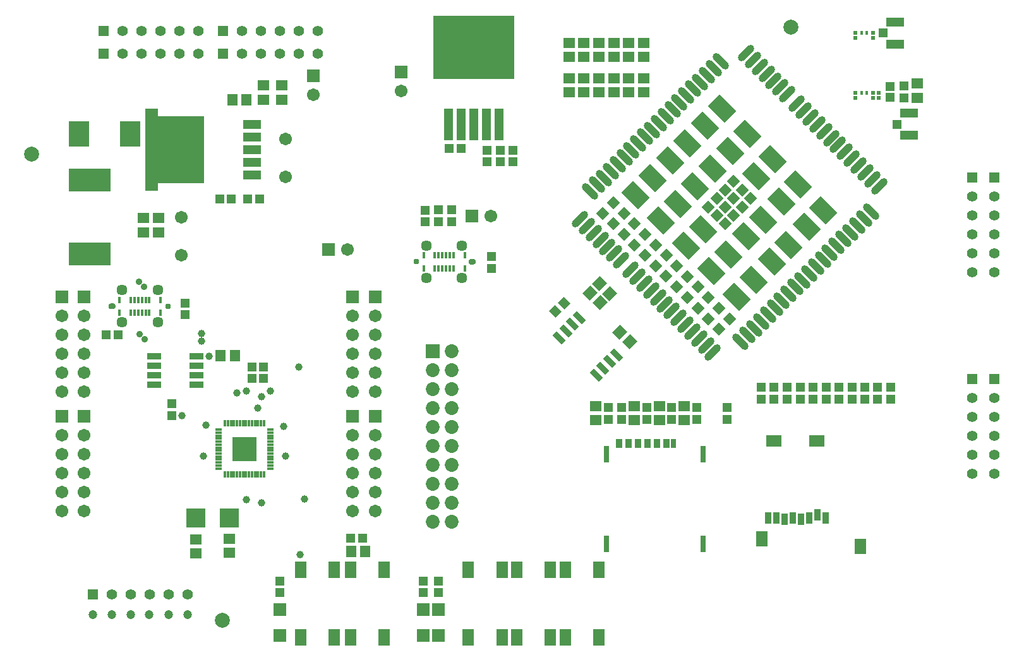
<source format=gts>
G04*
G04 #@! TF.GenerationSoftware,Altium Limited,Altium Designer,24.5.2 (23)*
G04*
G04 Layer_Color=8388736*
%FSLAX25Y25*%
%MOIN*%
G70*
G04*
G04 #@! TF.SameCoordinates,87A27F8E-189C-4B0C-BDB5-44B7C51DF011*
G04*
G04*
G04 #@! TF.FilePolarity,Negative*
G04*
G01*
G75*
%ADD51R,0.01260X0.03504*%
%ADD52R,0.04816X0.04501*%
%ADD53R,0.04501X0.04816*%
G04:AMPARAMS|DCode=54|XSize=10.24mil|YSize=35.43mil|CornerRadius=2.17mil|HoleSize=0mil|Usage=FLASHONLY|Rotation=0.000|XOffset=0mil|YOffset=0mil|HoleType=Round|Shape=RoundedRectangle|*
%AMROUNDEDRECTD54*
21,1,0.01024,0.03110,0,0,0.0*
21,1,0.00591,0.03543,0,0,0.0*
1,1,0.00433,0.00295,-0.01555*
1,1,0.00433,-0.00295,-0.01555*
1,1,0.00433,-0.00295,0.01555*
1,1,0.00433,0.00295,0.01555*
%
%ADD54ROUNDEDRECTD54*%
G04:AMPARAMS|DCode=55|XSize=35.43mil|YSize=10.24mil|CornerRadius=2.17mil|HoleSize=0mil|Usage=FLASHONLY|Rotation=0.000|XOffset=0mil|YOffset=0mil|HoleType=Round|Shape=RoundedRectangle|*
%AMROUNDEDRECTD55*
21,1,0.03543,0.00591,0,0,0.0*
21,1,0.03110,0.01024,0,0,0.0*
1,1,0.00433,0.01555,-0.00295*
1,1,0.00433,-0.01555,-0.00295*
1,1,0.00433,-0.01555,0.00295*
1,1,0.00433,0.01555,0.00295*
%
%ADD55ROUNDEDRECTD55*%
%ADD56R,0.12992X0.12992*%
%ADD57R,0.05524X0.05918*%
%ADD58R,0.07296X0.03359*%
%ADD59R,0.10249X0.10249*%
%ADD60R,0.05918X0.05524*%
%ADD61R,0.01975X0.01975*%
%ADD62C,0.07874*%
%ADD63R,0.09304X0.05013*%
%ADD64R,0.04619X0.04737*%
%ADD65R,0.01778X0.01975*%
%ADD66R,0.03347X0.04842*%
%ADD67R,0.03189X0.04685*%
%ADD68R,0.03084X0.09068*%
%ADD69R,0.02795X0.04685*%
%ADD70R,0.03543X0.06299*%
%ADD71R,0.07887X0.06312*%
%ADD72R,0.06312X0.08280*%
%ADD73R,0.06312X0.09068*%
%ADD74R,0.06706X0.06706*%
G04:AMPARAMS|DCode=75|XSize=106.42mil|YSize=39.5mil|CornerRadius=19.75mil|HoleSize=0mil|Usage=FLASHONLY|Rotation=45.000|XOffset=0mil|YOffset=0mil|HoleType=Round|Shape=RoundedRectangle|*
%AMROUNDEDRECTD75*
21,1,0.10642,0.00000,0,0,45.0*
21,1,0.06693,0.03950,0,0,45.0*
1,1,0.03950,0.02366,0.02366*
1,1,0.03950,-0.02366,-0.02366*
1,1,0.03950,-0.02366,-0.02366*
1,1,0.03950,0.02366,0.02366*
%
%ADD75ROUNDEDRECTD75*%
G04:AMPARAMS|DCode=76|XSize=106.42mil|YSize=39.5mil|CornerRadius=19.75mil|HoleSize=0mil|Usage=FLASHONLY|Rotation=135.000|XOffset=0mil|YOffset=0mil|HoleType=Round|Shape=RoundedRectangle|*
%AMROUNDEDRECTD76*
21,1,0.10642,0.00000,0,0,135.0*
21,1,0.06693,0.03950,0,0,135.0*
1,1,0.03950,-0.02366,0.02366*
1,1,0.03950,0.02366,-0.02366*
1,1,0.03950,0.02366,-0.02366*
1,1,0.03950,-0.02366,0.02366*
%
%ADD76ROUNDEDRECTD76*%
%ADD77P,0.07256X4X90.0*%
G04:AMPARAMS|DCode=78|XSize=59.18mil|YSize=55.24mil|CornerRadius=0mil|HoleSize=0mil|Usage=FLASHONLY|Rotation=45.000|XOffset=0mil|YOffset=0mil|HoleType=Round|Shape=Rectangle|*
%AMROTATEDRECTD78*
4,1,4,-0.00139,-0.04046,-0.04046,-0.00139,0.00139,0.04046,0.04046,0.00139,-0.00139,-0.04046,0.0*
%
%ADD78ROTATEDRECTD78*%

%ADD79R,0.10642X0.13792*%
%ADD80R,0.09461X0.04934*%
%ADD81R,0.05131X0.04737*%
%ADD82R,0.22060X0.12217*%
G04:AMPARAMS|DCode=83|XSize=126.11mil|YSize=86.74mil|CornerRadius=0mil|HoleSize=0mil|Usage=FLASHONLY|Rotation=135.000|XOffset=0mil|YOffset=0mil|HoleType=Round|Shape=Rectangle|*
%AMROTATEDRECTD83*
4,1,4,0.07525,-0.01392,0.01392,-0.07525,-0.07525,0.01392,-0.01392,0.07525,0.07525,-0.01392,0.0*
%
%ADD83ROTATEDRECTD83*%

G04:AMPARAMS|DCode=84|XSize=45.01mil|YSize=48.16mil|CornerRadius=0mil|HoleSize=0mil|Usage=FLASHONLY|Rotation=225.000|XOffset=0mil|YOffset=0mil|HoleType=Round|Shape=Rectangle|*
%AMROTATEDRECTD84*
4,1,4,-0.00111,0.03294,0.03294,-0.00111,0.00111,-0.03294,-0.03294,0.00111,-0.00111,0.03294,0.0*
%
%ADD84ROTATEDRECTD84*%

%ADD85C,0.04737*%
G04:AMPARAMS|DCode=86|XSize=29.65mil|YSize=69.02mil|CornerRadius=0mil|HoleSize=0mil|Usage=FLASHONLY|Rotation=45.000|XOffset=0mil|YOffset=0mil|HoleType=Round|Shape=Rectangle|*
%AMROTATEDRECTD86*
4,1,4,0.01392,-0.03489,-0.03489,0.01392,-0.01392,0.03489,0.03489,-0.01392,0.01392,-0.03489,0.0*
%
%ADD86ROTATEDRECTD86*%

%ADD87R,0.43100X0.33500*%
%ADD88R,0.04900X0.16700*%
%ADD89C,0.05709*%
%ADD90C,0.03044*%
%ADD91C,0.06706*%
%ADD92R,0.06706X0.06706*%
%ADD93R,0.07296X0.07296*%
%ADD94C,0.07296*%
%ADD95R,0.05603X0.05603*%
%ADD96C,0.05603*%
%ADD97R,0.05603X0.05603*%
%ADD98C,0.03950*%
%ADD99C,0.03556*%
G36*
X81942Y285830D02*
X81961Y285827D01*
X82284D01*
Y285504D01*
X82287Y285485D01*
X82291Y285433D01*
Y281700D01*
X106299D01*
X106351Y281697D01*
X106370Y281693D01*
X106693D01*
Y281370D01*
X106697Y281351D01*
X106700Y281299D01*
Y247047D01*
X106697Y246995D01*
X106693Y246976D01*
Y246654D01*
X106370D01*
X106351Y246650D01*
X106299Y246646D01*
X82291D01*
Y242913D01*
X82287Y242861D01*
X82284Y242842D01*
Y242520D01*
X81961D01*
X81942Y242516D01*
X81890Y242512D01*
X76102D01*
X76050Y242516D01*
X76031Y242520D01*
X75709D01*
Y242842D01*
X75705Y242861D01*
X75701Y242913D01*
Y285433D01*
X75705Y285485D01*
X75709Y285504D01*
Y285827D01*
X76031D01*
X76050Y285830D01*
X76102Y285834D01*
X81890D01*
X81942Y285830D01*
D02*
G37*
G36*
X248529Y206581D02*
X248608Y206577D01*
X248687Y206565D01*
X248765Y206553D01*
X248844Y206534D01*
X248919Y206510D01*
X248994Y206482D01*
X249069Y206455D01*
X249139Y206419D01*
X249210Y206380D01*
X249277Y206341D01*
X249340Y206293D01*
X249403Y206246D01*
X249466Y206195D01*
X249521Y206140D01*
X249576Y206085D01*
X249628Y206022D01*
X249675Y205959D01*
X249722Y205896D01*
X249762Y205825D01*
X249801Y205758D01*
X249836Y205687D01*
X249864Y205612D01*
X249891Y205537D01*
X249915Y205463D01*
X249935Y205384D01*
X249947Y205305D01*
X249958Y205226D01*
X249962Y205148D01*
X249966Y205069D01*
X249962Y204990D01*
X249958Y204911D01*
X249947Y204833D01*
X249935Y204754D01*
X249915Y204675D01*
X249891Y204601D01*
X249864Y204526D01*
X249836Y204451D01*
X249801Y204380D01*
X249762Y204313D01*
X249722Y204242D01*
X249675Y204179D01*
X249628Y204116D01*
X249576Y204053D01*
X249521Y203998D01*
X249466Y203943D01*
X249403Y203892D01*
X249340Y203844D01*
X249277Y203797D01*
X249210Y203758D01*
X249139Y203719D01*
X249069Y203683D01*
X248994Y203656D01*
X248919Y203628D01*
X248844Y203604D01*
X248765Y203585D01*
X248687Y203573D01*
X248608Y203561D01*
X248529Y203557D01*
X248450Y203553D01*
X247663D01*
X247584Y203557D01*
X247506Y203561D01*
X247427Y203573D01*
X247348Y203585D01*
X247269Y203604D01*
X247195Y203628D01*
X247120Y203656D01*
X247045Y203683D01*
X246974Y203719D01*
X246903Y203758D01*
X246836Y203797D01*
X246773Y203844D01*
X246710Y203892D01*
X246647Y203943D01*
X246592Y203998D01*
X246537Y204053D01*
X246486Y204116D01*
X246439Y204179D01*
X246392Y204242D01*
X246352Y204309D01*
X246313Y204380D01*
X246277Y204451D01*
X246250Y204526D01*
X246222Y204601D01*
X246199Y204675D01*
X246179Y204754D01*
X246167Y204833D01*
X246155Y204911D01*
X246151Y204990D01*
X246147Y205069D01*
X246151Y205148D01*
X246155Y205226D01*
X246167Y205305D01*
X246179Y205384D01*
X246199Y205463D01*
X246222Y205537D01*
X246250Y205612D01*
X246277Y205687D01*
X246313Y205758D01*
X246352Y205825D01*
X246392Y205896D01*
X246439Y205959D01*
X246486Y206022D01*
X246537Y206085D01*
X246592Y206140D01*
X246647Y206195D01*
X246710Y206246D01*
X246773Y206293D01*
X246836Y206341D01*
X246907Y206380D01*
X246974Y206419D01*
X247045Y206455D01*
X247120Y206482D01*
X247195Y206510D01*
X247269Y206534D01*
X247348Y206553D01*
X247427Y206565D01*
X247506Y206577D01*
X247584Y206581D01*
X247663Y206585D01*
X248450D01*
X248529Y206581D01*
D02*
G37*
G36*
X58543Y183067D02*
X58622Y183063D01*
X58701Y183051D01*
X58780Y183039D01*
X58858Y183020D01*
X58933Y182996D01*
X59008Y182968D01*
X59083Y182941D01*
X59153Y182905D01*
X59224Y182866D01*
X59291Y182827D01*
X59354Y182780D01*
X59417Y182732D01*
X59480Y182681D01*
X59535Y182626D01*
X59591Y182571D01*
X59642Y182508D01*
X59689Y182445D01*
X59736Y182382D01*
X59776Y182315D01*
X59815Y182244D01*
X59850Y182173D01*
X59878Y182098D01*
X59905Y182024D01*
X59929Y181949D01*
X59949Y181870D01*
X59961Y181791D01*
X59972Y181713D01*
X59976Y181634D01*
X59980Y181555D01*
X59976Y181476D01*
X59972Y181398D01*
X59961Y181319D01*
X59949Y181240D01*
X59929Y181161D01*
X59905Y181087D01*
X59878Y181012D01*
X59850Y180937D01*
X59815Y180866D01*
X59776Y180799D01*
X59736Y180728D01*
X59689Y180665D01*
X59642Y180602D01*
X59591Y180539D01*
X59535Y180484D01*
X59480Y180429D01*
X59417Y180378D01*
X59354Y180331D01*
X59291Y180283D01*
X59220Y180244D01*
X59153Y180205D01*
X59083Y180169D01*
X59008Y180142D01*
X58933Y180114D01*
X58858Y180091D01*
X58780Y180071D01*
X58701Y180059D01*
X58622Y180047D01*
X58543Y180043D01*
X58465Y180039D01*
X57677D01*
X57598Y180043D01*
X57520Y180047D01*
X57441Y180059D01*
X57362Y180071D01*
X57284Y180091D01*
X57209Y180114D01*
X57134Y180142D01*
X57059Y180169D01*
X56988Y180205D01*
X56917Y180244D01*
X56850Y180283D01*
X56787Y180331D01*
X56724Y180378D01*
X56661Y180429D01*
X56606Y180484D01*
X56551Y180539D01*
X56500Y180602D01*
X56453Y180665D01*
X56406Y180728D01*
X56366Y180799D01*
X56327Y180866D01*
X56291Y180937D01*
X56264Y181012D01*
X56236Y181087D01*
X56213Y181161D01*
X56193Y181240D01*
X56181Y181319D01*
X56169Y181398D01*
X56165Y181476D01*
X56161Y181555D01*
X56165Y181634D01*
X56169Y181713D01*
X56181Y181791D01*
X56193Y181870D01*
X56213Y181949D01*
X56236Y182024D01*
X56264Y182098D01*
X56291Y182173D01*
X56327Y182244D01*
X56366Y182311D01*
X56406Y182382D01*
X56453Y182445D01*
X56500Y182508D01*
X56551Y182571D01*
X56606Y182626D01*
X56661Y182681D01*
X56724Y182732D01*
X56787Y182780D01*
X56850Y182827D01*
X56917Y182866D01*
X56988Y182905D01*
X57059Y182941D01*
X57134Y182968D01*
X57209Y182996D01*
X57284Y183020D01*
X57362Y183039D01*
X57441Y183051D01*
X57520Y183063D01*
X57598Y183067D01*
X57677Y183071D01*
X58465D01*
X58543Y183067D01*
D02*
G37*
D51*
X83661Y184961D02*
D03*
X77756D02*
D03*
X75787D02*
D03*
X73819D02*
D03*
X71850D02*
D03*
X69882D02*
D03*
X67913D02*
D03*
X62008D02*
D03*
Y178150D02*
D03*
X67913D02*
D03*
X69882D02*
D03*
X71850D02*
D03*
X73819D02*
D03*
X75787D02*
D03*
X77756D02*
D03*
X83661D02*
D03*
X222466Y208474D02*
D03*
X228372D02*
D03*
X230340D02*
D03*
X232309D02*
D03*
X234277D02*
D03*
X236246D02*
D03*
X238214D02*
D03*
X244120D02*
D03*
Y201663D02*
D03*
X238214D02*
D03*
X236246D02*
D03*
X234277D02*
D03*
X232309D02*
D03*
X230340D02*
D03*
X228372D02*
D03*
X222466D02*
D03*
D52*
X96457Y177008D02*
D03*
Y183228D02*
D03*
X131890Y149665D02*
D03*
Y143445D02*
D03*
X137795Y149665D02*
D03*
Y143445D02*
D03*
X89567Y130079D02*
D03*
Y123858D02*
D03*
X146653Y36575D02*
D03*
Y30354D02*
D03*
X475862Y291652D02*
D03*
Y297873D02*
D03*
X223425Y232283D02*
D03*
Y226063D02*
D03*
X230315Y232441D02*
D03*
Y226220D02*
D03*
X237205Y232441D02*
D03*
Y226220D02*
D03*
X258411Y207706D02*
D03*
Y201485D02*
D03*
X366754Y128192D02*
D03*
Y121972D02*
D03*
X353369Y128192D02*
D03*
Y121972D02*
D03*
X340430Y128192D02*
D03*
Y121972D02*
D03*
X320098Y128192D02*
D03*
Y121972D02*
D03*
X327010Y128192D02*
D03*
Y121972D02*
D03*
X434831Y138735D02*
D03*
Y132515D02*
D03*
X448461Y138735D02*
D03*
Y132515D02*
D03*
X468851Y138735D02*
D03*
Y132515D02*
D03*
X400562Y138735D02*
D03*
Y132515D02*
D03*
X421146Y138735D02*
D03*
Y132515D02*
D03*
X414220Y138735D02*
D03*
Y132515D02*
D03*
X407390Y138735D02*
D03*
Y132515D02*
D03*
X462036Y138735D02*
D03*
Y132515D02*
D03*
X455276Y138735D02*
D03*
Y132515D02*
D03*
X441591Y138735D02*
D03*
Y132515D02*
D03*
X427905Y138735D02*
D03*
Y132515D02*
D03*
X230315Y36575D02*
D03*
Y30354D02*
D03*
X222441Y36575D02*
D03*
Y30354D02*
D03*
X262795Y263937D02*
D03*
Y257716D02*
D03*
X269685Y257716D02*
D03*
Y263937D02*
D03*
X255906Y257716D02*
D03*
Y263937D02*
D03*
X382663Y128192D02*
D03*
Y121972D02*
D03*
D53*
X61181Y166339D02*
D03*
X54961D02*
D03*
X190118Y59055D02*
D03*
X183898D02*
D03*
X129764Y238189D02*
D03*
X135984D02*
D03*
X114842D02*
D03*
X121063D02*
D03*
X236063Y264764D02*
D03*
X242284D02*
D03*
D54*
X117717Y92677D02*
D03*
X119291D02*
D03*
X120866D02*
D03*
X122441D02*
D03*
X124016D02*
D03*
X125591D02*
D03*
X127165D02*
D03*
X128741D02*
D03*
X130315D02*
D03*
X131890D02*
D03*
X133465D02*
D03*
X135039D02*
D03*
X136614D02*
D03*
X138189D02*
D03*
Y119724D02*
D03*
X136614D02*
D03*
X135039D02*
D03*
X133465D02*
D03*
X131890D02*
D03*
X130315D02*
D03*
X128740D02*
D03*
X127165D02*
D03*
X125591D02*
D03*
X124016D02*
D03*
X122441D02*
D03*
X120866D02*
D03*
X119291D02*
D03*
X117717D02*
D03*
D55*
X114429Y116437D02*
D03*
Y114862D02*
D03*
Y113287D02*
D03*
Y111713D02*
D03*
Y110138D02*
D03*
Y108563D02*
D03*
Y106988D02*
D03*
Y105413D02*
D03*
Y103839D02*
D03*
Y102264D02*
D03*
Y100689D02*
D03*
Y99114D02*
D03*
Y97539D02*
D03*
Y95965D02*
D03*
X141476D02*
D03*
Y97539D02*
D03*
Y99114D02*
D03*
Y100689D02*
D03*
Y102264D02*
D03*
Y103839D02*
D03*
Y105413D02*
D03*
Y106988D02*
D03*
Y108563D02*
D03*
Y110138D02*
D03*
Y111713D02*
D03*
Y113287D02*
D03*
Y114862D02*
D03*
Y116437D02*
D03*
D56*
X127953Y106201D02*
D03*
D57*
X122835Y155512D02*
D03*
X115354D02*
D03*
X184252Y52165D02*
D03*
X191732D02*
D03*
X128937Y290354D02*
D03*
X121457D02*
D03*
D58*
X102657Y140138D02*
D03*
Y145138D02*
D03*
Y150138D02*
D03*
Y155138D02*
D03*
X80413Y140138D02*
D03*
Y145138D02*
D03*
Y150138D02*
D03*
Y155138D02*
D03*
D59*
X102362Y69882D02*
D03*
X120079D02*
D03*
D60*
X102362Y58661D02*
D03*
Y51181D02*
D03*
X120079Y58858D02*
D03*
Y51378D02*
D03*
X137795Y298031D02*
D03*
Y290551D02*
D03*
X147638D02*
D03*
Y298031D02*
D03*
X74761Y220669D02*
D03*
Y228150D02*
D03*
X82677Y220669D02*
D03*
Y228150D02*
D03*
X482941Y291658D02*
D03*
Y299138D02*
D03*
X313369Y121342D02*
D03*
Y128822D02*
D03*
X333671Y121342D02*
D03*
Y128822D02*
D03*
X346858Y121342D02*
D03*
Y128822D02*
D03*
X359933Y121342D02*
D03*
Y128822D02*
D03*
X338583Y320669D02*
D03*
Y313189D02*
D03*
X330709Y320669D02*
D03*
Y313189D02*
D03*
X322835Y320669D02*
D03*
Y313189D02*
D03*
X314961Y320669D02*
D03*
Y313189D02*
D03*
X307087Y320669D02*
D03*
Y313189D02*
D03*
X299213Y320669D02*
D03*
Y313189D02*
D03*
X338583Y301969D02*
D03*
Y294488D02*
D03*
X330709Y301969D02*
D03*
Y294488D02*
D03*
X322835Y301969D02*
D03*
Y294488D02*
D03*
X314961Y301969D02*
D03*
Y294488D02*
D03*
X307087Y301969D02*
D03*
Y294488D02*
D03*
X299213Y301969D02*
D03*
Y294488D02*
D03*
D61*
X459487Y325984D02*
D03*
Y323228D02*
D03*
X450338Y325984D02*
D03*
Y323228D02*
D03*
X459487Y294314D02*
D03*
Y291558D02*
D03*
X450338Y294314D02*
D03*
Y291558D02*
D03*
X462557Y294314D02*
D03*
Y291558D02*
D03*
D62*
X416339Y328740D02*
D03*
X15748Y261811D02*
D03*
X116142Y15748D02*
D03*
D63*
X131890Y277559D02*
D03*
Y270866D02*
D03*
Y264173D02*
D03*
Y257480D02*
D03*
Y250787D02*
D03*
D64*
X468774Y291869D02*
D03*
Y297656D02*
D03*
D65*
X453567Y325787D02*
D03*
X456126D02*
D03*
X453568Y294128D02*
D03*
X456127D02*
D03*
D66*
X345512Y109222D02*
D03*
X335512D02*
D03*
X325512D02*
D03*
X340512D02*
D03*
X330512D02*
D03*
D67*
X350512D02*
D03*
D68*
X370079Y103376D02*
D03*
Y56132D02*
D03*
X318898D02*
D03*
Y103376D02*
D03*
D69*
X354252Y109222D02*
D03*
D70*
X412854Y69193D02*
D03*
X421516D02*
D03*
X430177Y71555D02*
D03*
X434508Y69980D02*
D03*
X404193D02*
D03*
X408524D02*
D03*
X417185D02*
D03*
X425846D02*
D03*
D71*
X429823Y110531D02*
D03*
X407382D02*
D03*
D72*
X452854Y54823D02*
D03*
X401083Y58760D02*
D03*
D73*
X157480Y6693D02*
D03*
X175197D02*
D03*
Y42520D02*
D03*
X157480D02*
D03*
X201772Y6693D02*
D03*
X184055D02*
D03*
Y42520D02*
D03*
X201772D02*
D03*
X297244Y6693D02*
D03*
X314961D02*
D03*
Y42520D02*
D03*
X297244D02*
D03*
X271595Y6693D02*
D03*
X289311D02*
D03*
Y42520D02*
D03*
X271595D02*
D03*
X246063Y6693D02*
D03*
X263779D02*
D03*
Y42520D02*
D03*
X246063D02*
D03*
D74*
X146653Y21654D02*
D03*
Y7874D02*
D03*
X230315Y21654D02*
D03*
Y7874D02*
D03*
X222441Y21654D02*
D03*
Y7874D02*
D03*
X210630Y305197D02*
D03*
X164370Y303228D02*
D03*
X31496Y186417D02*
D03*
X43307D02*
D03*
X185039D02*
D03*
X196850D02*
D03*
X31496Y123425D02*
D03*
X43307D02*
D03*
X185039D02*
D03*
X196850D02*
D03*
D75*
X304935Y227451D02*
D03*
X308554Y223832D02*
D03*
X312173Y220213D02*
D03*
X315792Y216594D02*
D03*
X441067Y266704D02*
D03*
X437448Y270323D02*
D03*
X433829Y273942D02*
D03*
X331660Y200726D02*
D03*
X335279Y197107D02*
D03*
X422972Y284799D02*
D03*
X419353Y288418D02*
D03*
X392628Y315144D02*
D03*
X396247Y311525D02*
D03*
X399866Y307906D02*
D03*
X403485Y304287D02*
D03*
X407104Y300667D02*
D03*
X410723Y297048D02*
D03*
X414342Y293429D02*
D03*
X426591Y281180D02*
D03*
X430210Y277561D02*
D03*
X444686Y263085D02*
D03*
X448305Y259466D02*
D03*
X451924Y255847D02*
D03*
X455543Y252228D02*
D03*
X459162Y248609D02*
D03*
X462781Y244990D02*
D03*
X375089Y157297D02*
D03*
X371470Y160916D02*
D03*
X367851Y164535D02*
D03*
X364232Y168155D02*
D03*
X360613Y171774D02*
D03*
X356994Y175393D02*
D03*
X353375Y179012D02*
D03*
X349756Y182631D02*
D03*
X346137Y186250D02*
D03*
X342518Y189869D02*
D03*
X338898Y193488D02*
D03*
X326649Y205737D02*
D03*
X323030Y209356D02*
D03*
X319411Y212975D02*
D03*
D76*
X415038Y188059D02*
D03*
X418657Y191678D02*
D03*
X422276Y195297D02*
D03*
X425895Y198916D02*
D03*
X454847Y227869D02*
D03*
X353792Y285495D02*
D03*
X350173Y281876D02*
D03*
X346554Y278257D02*
D03*
X342935Y274638D02*
D03*
X339316Y271019D02*
D03*
X313983Y245686D02*
D03*
X310364Y242067D02*
D03*
X389704Y162726D02*
D03*
X393323Y166345D02*
D03*
X317602Y249305D02*
D03*
X321221Y252924D02*
D03*
X324840Y256543D02*
D03*
X328459Y260162D02*
D03*
X332078Y263781D02*
D03*
X335697Y267400D02*
D03*
X357411Y289114D02*
D03*
X361030Y292733D02*
D03*
X364650Y296352D02*
D03*
X368268Y299971D02*
D03*
X371888Y303590D02*
D03*
X375507Y307209D02*
D03*
X379126Y310829D02*
D03*
X458466Y231488D02*
D03*
X451228Y224250D02*
D03*
X447609Y220631D02*
D03*
X443990Y217012D02*
D03*
X440371Y213393D02*
D03*
X436752Y209774D02*
D03*
X433133Y206154D02*
D03*
X429514Y202536D02*
D03*
X411419Y184440D02*
D03*
X407800Y180821D02*
D03*
X404181Y177202D02*
D03*
X400562Y173583D02*
D03*
X396942Y169964D02*
D03*
D77*
X386085Y247356D02*
D03*
X390540Y242902D02*
D03*
X394994Y238448D02*
D03*
X386085D02*
D03*
X390540Y233993D02*
D03*
X377177Y238448D02*
D03*
X381631Y233993D02*
D03*
X377177Y229539D02*
D03*
X381631Y225085D02*
D03*
X328181Y230653D02*
D03*
X339316Y219517D02*
D03*
X372723Y186110D02*
D03*
X378291Y180543D02*
D03*
X383858Y174975D02*
D03*
X317045Y230653D02*
D03*
X322613Y225085D02*
D03*
X328181Y219517D02*
D03*
X333748Y213949D02*
D03*
X339316Y208382D02*
D03*
X344884Y202814D02*
D03*
X350173Y197524D02*
D03*
X356019Y191678D02*
D03*
X372723Y174975D02*
D03*
X378291Y169407D02*
D03*
X367155Y180543D02*
D03*
X361587Y186110D02*
D03*
X367155Y191678D02*
D03*
X361587Y197246D02*
D03*
X356019Y202814D02*
D03*
X350452Y208382D02*
D03*
X344884Y213949D02*
D03*
X333748Y225085D02*
D03*
X322613Y236221D02*
D03*
X372723Y233993D02*
D03*
X386085Y229539D02*
D03*
X381631Y242902D02*
D03*
D78*
X310347Y188668D02*
D03*
X315637Y183379D02*
D03*
X315269Y193590D02*
D03*
X320558Y188300D02*
D03*
X331385Y162710D02*
D03*
X326096Y167999D02*
D03*
D79*
X40748Y272638D02*
D03*
X67520D02*
D03*
D80*
X478642Y283366D02*
D03*
Y271752D02*
D03*
X471391Y331594D02*
D03*
Y319980D02*
D03*
D81*
X472146Y277559D02*
D03*
X464895Y325787D02*
D03*
D82*
X46260Y248031D02*
D03*
Y209055D02*
D03*
D83*
X387756Y186667D02*
D03*
X374393Y200030D02*
D03*
X361030Y213393D02*
D03*
X347668Y226755D02*
D03*
X334305Y240118D02*
D03*
X396664Y195576D02*
D03*
X383301Y208938D02*
D03*
X369939Y222301D02*
D03*
X356576Y235664D02*
D03*
X343214Y249026D02*
D03*
X406129Y205041D02*
D03*
X392767Y218404D02*
D03*
X365624Y244711D02*
D03*
X352679Y258492D02*
D03*
X415038Y213949D02*
D03*
X401675Y227312D02*
D03*
X374950Y254037D02*
D03*
X361587Y267400D02*
D03*
X424503Y223415D02*
D03*
X411140Y236777D02*
D03*
X397778Y250140D02*
D03*
X384415Y263503D02*
D03*
X371052Y276865D02*
D03*
X433411Y232323D02*
D03*
X420049Y245686D02*
D03*
X406686Y259048D02*
D03*
X393323Y272411D02*
D03*
X379961Y285774D02*
D03*
D84*
X292092Y178903D02*
D03*
X296491Y183302D02*
D03*
D85*
X47835Y18701D02*
D03*
X57835D02*
D03*
X67835D02*
D03*
X77762D02*
D03*
X87835D02*
D03*
X97835D02*
D03*
D86*
X313565Y145317D02*
D03*
X317101Y148852D02*
D03*
X320636Y152388D02*
D03*
X324172Y155923D02*
D03*
X293939Y164943D02*
D03*
X297474Y168479D02*
D03*
X301010Y172014D02*
D03*
X304545Y175550D02*
D03*
D87*
X249016Y318110D02*
D03*
D88*
X262402Y277365D02*
D03*
X255709D02*
D03*
X249016D02*
D03*
X242323D02*
D03*
X235630D02*
D03*
D89*
X63386Y190020D02*
D03*
X82284D02*
D03*
X63386Y173091D02*
D03*
X82284D02*
D03*
X223844Y213533D02*
D03*
X242742D02*
D03*
X223844Y196604D02*
D03*
X242742D02*
D03*
D90*
X87598Y181555D02*
D03*
X218529Y205069D02*
D03*
D91*
X210630Y295197D02*
D03*
X257953Y229331D02*
D03*
X182165Y211614D02*
D03*
X164370Y293228D02*
D03*
X94488Y228346D02*
D03*
Y208661D02*
D03*
X149606Y250000D02*
D03*
Y269685D02*
D03*
X31496Y136417D02*
D03*
Y146417D02*
D03*
Y156417D02*
D03*
Y166417D02*
D03*
Y176417D02*
D03*
X43307Y136417D02*
D03*
Y146417D02*
D03*
Y156417D02*
D03*
Y166417D02*
D03*
Y176417D02*
D03*
X185039Y136417D02*
D03*
Y146417D02*
D03*
Y156417D02*
D03*
Y166417D02*
D03*
Y176417D02*
D03*
X196850Y136417D02*
D03*
Y146417D02*
D03*
Y156417D02*
D03*
Y166417D02*
D03*
Y176417D02*
D03*
X31496Y73425D02*
D03*
Y83425D02*
D03*
Y93425D02*
D03*
Y103425D02*
D03*
Y113425D02*
D03*
X43307Y73425D02*
D03*
Y83425D02*
D03*
Y93425D02*
D03*
Y103425D02*
D03*
Y113425D02*
D03*
X185039Y73425D02*
D03*
Y83425D02*
D03*
Y93425D02*
D03*
Y103425D02*
D03*
Y113425D02*
D03*
X196850Y73425D02*
D03*
Y83425D02*
D03*
Y93425D02*
D03*
Y103425D02*
D03*
Y113425D02*
D03*
D92*
X247953Y229331D02*
D03*
X172165Y211614D02*
D03*
D93*
X227362Y157992D02*
D03*
D94*
X237362D02*
D03*
X227362Y147992D02*
D03*
X237362D02*
D03*
X227362Y137992D02*
D03*
X237362D02*
D03*
X227362Y127992D02*
D03*
X237362D02*
D03*
X227362Y117992D02*
D03*
X237362D02*
D03*
X227362Y107992D02*
D03*
X237362D02*
D03*
X227362Y97992D02*
D03*
X237362D02*
D03*
X227362Y87992D02*
D03*
X237362D02*
D03*
X227362Y77992D02*
D03*
X237362D02*
D03*
X227362Y67992D02*
D03*
X237362D02*
D03*
D95*
X53740Y314961D02*
D03*
X116732D02*
D03*
X53740Y326772D02*
D03*
X47835Y29528D02*
D03*
X116732Y326772D02*
D03*
D96*
X63740Y314961D02*
D03*
X73740D02*
D03*
X83740D02*
D03*
X93740D02*
D03*
X103740D02*
D03*
X126732D02*
D03*
X136732D02*
D03*
X146732D02*
D03*
X156732D02*
D03*
X166732D02*
D03*
X63740Y326772D02*
D03*
X73740D02*
D03*
X83740D02*
D03*
X93740D02*
D03*
X103740D02*
D03*
X57835Y29528D02*
D03*
X67835D02*
D03*
X77835D02*
D03*
X87835D02*
D03*
X97835D02*
D03*
X523622Y133110D02*
D03*
Y123110D02*
D03*
Y113110D02*
D03*
Y103110D02*
D03*
Y93110D02*
D03*
X511811Y239409D02*
D03*
Y229410D02*
D03*
Y219409D02*
D03*
Y209409D02*
D03*
Y199409D02*
D03*
X523622Y239409D02*
D03*
Y229410D02*
D03*
Y219409D02*
D03*
Y209409D02*
D03*
Y199409D02*
D03*
X126732Y326772D02*
D03*
X136732D02*
D03*
X146732D02*
D03*
X156732D02*
D03*
X166732D02*
D03*
X511811Y133110D02*
D03*
Y123110D02*
D03*
Y113110D02*
D03*
Y103110D02*
D03*
Y93110D02*
D03*
D97*
X523622Y143110D02*
D03*
X511811Y249410D02*
D03*
X523622D02*
D03*
X511811Y143110D02*
D03*
D98*
X159449Y79724D02*
D03*
X157307Y50631D02*
D03*
X136811Y77756D02*
D03*
X95104Y123848D02*
D03*
X106299Y102362D02*
D03*
X107503Y118915D02*
D03*
X105315Y163009D02*
D03*
Y167159D02*
D03*
X148622Y118110D02*
D03*
X149606Y102362D02*
D03*
X156496Y149606D02*
D03*
X109327Y155146D02*
D03*
X136918Y133957D02*
D03*
X128921Y136713D02*
D03*
X134953Y127965D02*
D03*
X141732Y136811D02*
D03*
X124016Y135728D02*
D03*
X131890Y103248D02*
D03*
Y109153D02*
D03*
X124016D02*
D03*
Y103248D02*
D03*
X128937Y79626D02*
D03*
D99*
X75380Y164302D02*
D03*
X72646Y166957D02*
D03*
X74803Y191929D02*
D03*
X72147Y194585D02*
D03*
M02*

</source>
